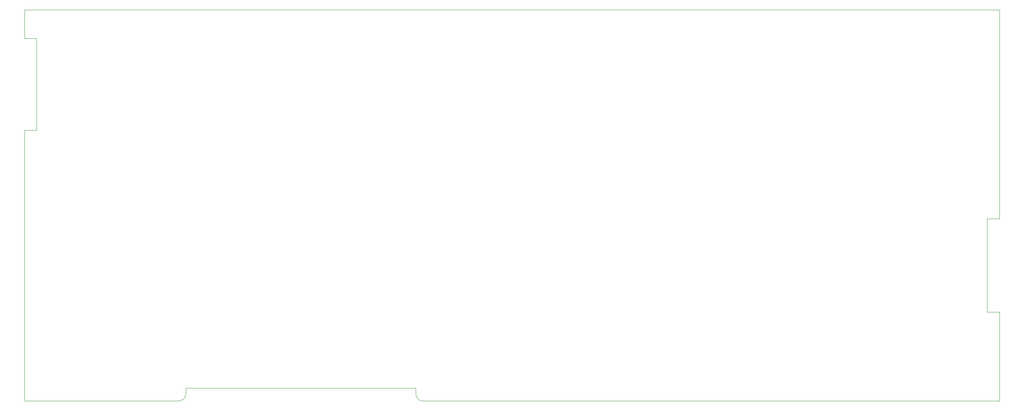
<source format=gbr>
%TF.GenerationSoftware,KiCad,Pcbnew,8.0.2*%
%TF.CreationDate,2024-06-15T19:56:31+02:00*%
%TF.ProjectId,p2000t-multifunctiebord,70323030-3074-42d6-9d75-6c746966756e,P2000T Multifunctiebord*%
%TF.SameCoordinates,Original*%
%TF.FileFunction,Profile,NP*%
%FSLAX46Y46*%
G04 Gerber Fmt 4.6, Leading zero omitted, Abs format (unit mm)*
G04 Created by KiCad (PCBNEW 8.0.2) date 2024-06-15 19:56:31*
%MOMM*%
%LPD*%
G01*
G04 APERTURE LIST*
%TA.AperFunction,Profile*%
%ADD10C,0.100000*%
%TD*%
G04 APERTURE END LIST*
D10*
X256250000Y-97000000D02*
X259000000Y-97000000D01*
X256250000Y-118000000D02*
X256250000Y-97000000D01*
X259000000Y-118000000D02*
X256250000Y-118000000D01*
X129500000Y-138000000D02*
G75*
G02*
X127900000Y-136400000I0J1600000D01*
G01*
X40000000Y-56400000D02*
X40000000Y-50000000D01*
X40000000Y-50000000D02*
X259000000Y-50000000D01*
X259000000Y-50000000D02*
X259000000Y-97000000D01*
X40000000Y-138000000D02*
X40000000Y-77100000D01*
X40000000Y-56400000D02*
X42700000Y-56400000D01*
X76200000Y-136400000D02*
X76200000Y-135100000D01*
X127900000Y-135200000D02*
X127900000Y-135100000D01*
X74600000Y-138000000D02*
X40000000Y-138000000D01*
X42700000Y-56400000D02*
X42700000Y-59100000D01*
X259000000Y-138000000D02*
X129500000Y-138000000D01*
X76200000Y-136400000D02*
G75*
G02*
X74600000Y-138000000I-1600000J0D01*
G01*
X127900000Y-135100000D02*
X76200000Y-135100000D01*
X259000000Y-118000000D02*
X259000000Y-138000000D01*
X42700000Y-77100000D02*
X42700000Y-74400000D01*
X42700000Y-59100000D02*
X42700000Y-74400000D01*
X127900000Y-136400000D02*
X127900000Y-135200000D01*
X40000000Y-77100000D02*
X42700000Y-77100000D01*
M02*

</source>
